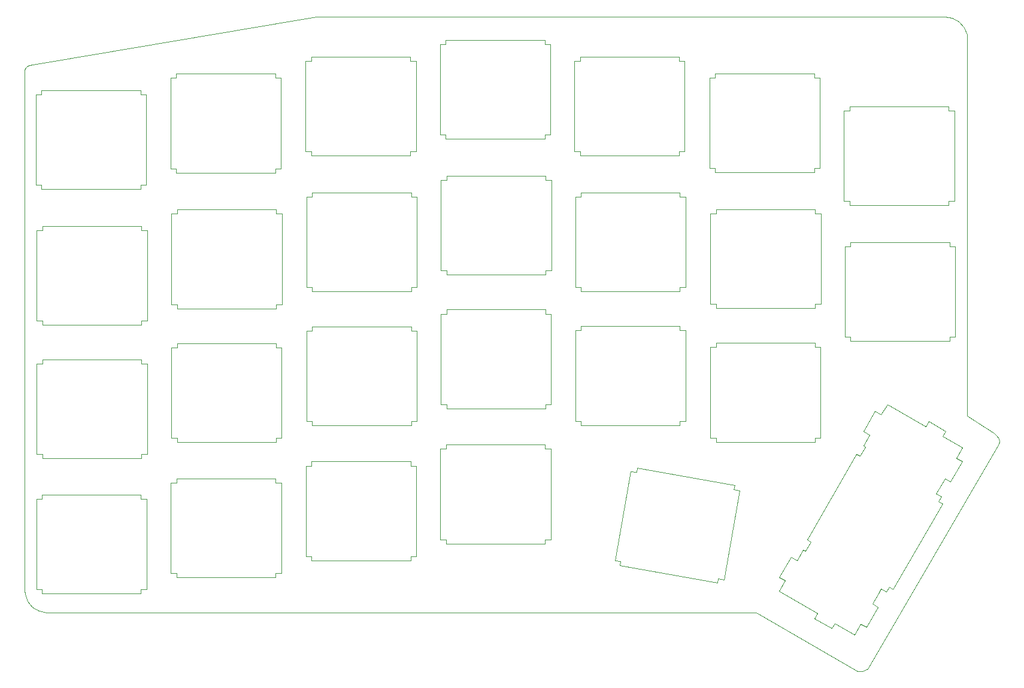
<source format=gbr>
G04 #@! TF.FileFunction,Profile,NP*
%FSLAX46Y46*%
G04 Gerber Fmt 4.6, Leading zero omitted, Abs format (unit mm)*
G04 Created by KiCad (PCBNEW 4.0.7) date 05/28/18 10:59:17*
%MOMM*%
%LPD*%
G01*
G04 APERTURE LIST*
%ADD10C,0.100000*%
G04 APERTURE END LIST*
D10*
X207534339Y-109375738D02*
X206736340Y-108914140D01*
X193573339Y-107118536D02*
X193888360Y-107309920D01*
X192611340Y-108322940D02*
X185611342Y-120448339D01*
X192324338Y-133878542D02*
X193186344Y-132384940D01*
X193587340Y-105134148D02*
X194434339Y-105621968D01*
X204224340Y-113267338D02*
X205086340Y-111773540D01*
X205883339Y-112233838D02*
X207534339Y-109375738D01*
X182535343Y-126234637D02*
X181672339Y-127728443D01*
X202377341Y-104406547D02*
X196948343Y-101270141D01*
X193891686Y-107305225D02*
X193527680Y-107932220D01*
X205215340Y-105091428D02*
X202789338Y-103692743D01*
X207600339Y-107421738D02*
X204802340Y-105806650D01*
X202789338Y-103692743D02*
X202377341Y-104406547D01*
X196084343Y-102766692D02*
X195236341Y-102276122D01*
X181672339Y-127728443D02*
X187103339Y-130862139D01*
X186130343Y-120747342D02*
X185730340Y-121439139D01*
X185047344Y-121881439D02*
X184184340Y-123376640D01*
X189527344Y-132263541D02*
X192324338Y-133878542D01*
X184184340Y-123376640D02*
X183337339Y-122887441D01*
X193530341Y-107930242D02*
X193130341Y-108621939D01*
X205086340Y-111773540D02*
X205883339Y-112233838D01*
X196948343Y-101270141D02*
X196084343Y-102766692D01*
X195236341Y-102276122D02*
X193587340Y-105134148D01*
X189115338Y-132977541D02*
X189527344Y-132263541D01*
X204615340Y-114331136D02*
X203860400Y-113893600D01*
X183337339Y-122887441D02*
X181686341Y-125744142D01*
X185611342Y-120448339D02*
X186130343Y-120747342D01*
X204215339Y-115022936D02*
X204615340Y-114331136D01*
X206736340Y-108914140D02*
X207600339Y-107421738D01*
X203860622Y-113894360D02*
X204223620Y-113268760D01*
X186689342Y-131578735D02*
X189115338Y-132977541D01*
X194434339Y-105621968D02*
X193573339Y-107118536D01*
X187103339Y-130862139D02*
X186689342Y-131578735D01*
X181686341Y-125744142D02*
X182535343Y-126234637D01*
X185730340Y-121439139D02*
X185369344Y-122066146D01*
X193130341Y-108621939D02*
X192611340Y-108322940D01*
X185369200Y-122067320D02*
X185047344Y-121881439D01*
X204802340Y-105806650D02*
X205215340Y-105091428D01*
X193186344Y-132384940D02*
X193983343Y-132843839D01*
X204735341Y-115321939D02*
X204215339Y-115022936D01*
X196060060Y-127403860D02*
X196815341Y-127841439D01*
X195699341Y-128033041D02*
X196061345Y-127404638D01*
X193983343Y-132843839D02*
X195633342Y-129987043D01*
X197735340Y-127448746D02*
X204735341Y-115321939D01*
X197215341Y-127148342D02*
X197735340Y-127448746D01*
X194837342Y-129526840D02*
X195699341Y-128033041D01*
X196815341Y-127841439D02*
X197215341Y-127148342D01*
X195633342Y-129987043D02*
X194837342Y-129526840D01*
X161579380Y-110324780D02*
X161474580Y-110915980D01*
X160686180Y-110776780D02*
X158463680Y-123381740D01*
X173038980Y-125951760D02*
X173827180Y-126090940D01*
X159251780Y-123520910D02*
X159148380Y-124112090D01*
X161474580Y-110915980D02*
X160686180Y-110776780D01*
X175261880Y-113346880D02*
X175366680Y-112755680D01*
X173827180Y-126090940D02*
X176049980Y-113484680D01*
X176049980Y-113484680D02*
X175261880Y-113346880D01*
X158463680Y-123381740D02*
X159251780Y-123520910D01*
X172934280Y-126542940D02*
X173038980Y-125951760D01*
X159148380Y-124112090D02*
X172934280Y-126542940D01*
X175366680Y-112755680D02*
X161579380Y-110324780D01*
X167519440Y-65492730D02*
X168320240Y-65492730D01*
X167519440Y-52692160D02*
X167519440Y-52092660D01*
X168320240Y-65492730D02*
X168320240Y-52692160D01*
X168320240Y-52692160D02*
X167519440Y-52692160D01*
X152720740Y-52692160D02*
X152720740Y-65492730D01*
X153520140Y-52692160D02*
X152720740Y-52692160D01*
X167519440Y-52092660D02*
X153520140Y-52092660D01*
X153520140Y-52092660D02*
X153520140Y-52692160D01*
X167519440Y-66090800D02*
X167519440Y-65492730D01*
X167636280Y-71914880D02*
X167636280Y-71315380D01*
X153636980Y-71315380D02*
X153636980Y-71914880D01*
X153636980Y-71914880D02*
X152837580Y-71914880D01*
X167636280Y-71315380D02*
X153636980Y-71315380D01*
X153520140Y-66090800D02*
X167519440Y-66090800D01*
X152720740Y-65492730D02*
X153520140Y-65492730D01*
X153520140Y-65492730D02*
X153520140Y-66090800D01*
X152837580Y-71914880D02*
X152837580Y-84715450D01*
X168437080Y-84715450D02*
X168437080Y-71914880D01*
X167636280Y-84715450D02*
X168437080Y-84715450D01*
X168437080Y-71914880D02*
X167636280Y-71914880D01*
X153636980Y-85313520D02*
X167636280Y-85313520D01*
X167636280Y-85313520D02*
X167636280Y-84715450D01*
X152837580Y-84715450D02*
X153636980Y-84715450D01*
X153636980Y-84715450D02*
X153636980Y-85313520D01*
X153629360Y-90238380D02*
X153629360Y-90837880D01*
X153629360Y-90837880D02*
X152829960Y-90837880D01*
X153629360Y-104236520D02*
X167628660Y-104236520D01*
X167628660Y-104236520D02*
X167628660Y-103638450D01*
X168429460Y-103638450D02*
X168429460Y-90837880D01*
X167628660Y-103638450D02*
X168429460Y-103638450D01*
X167628660Y-90837880D02*
X167628660Y-90238380D01*
X167628660Y-90238380D02*
X153629360Y-90238380D01*
X168429460Y-90837880D02*
X167628660Y-90837880D01*
X152829960Y-90837880D02*
X152829960Y-103638450D01*
X153629360Y-103638450D02*
X153629360Y-104236520D01*
X152829960Y-103638450D02*
X153629360Y-103638450D01*
X205634680Y-72553930D02*
X206435480Y-72553930D01*
X206435480Y-59753360D02*
X205634680Y-59753360D01*
X205634680Y-59753360D02*
X205634680Y-59153860D01*
X206435480Y-72553930D02*
X206435480Y-59753360D01*
X191752220Y-78376580D02*
X191752220Y-78976080D01*
X205634680Y-73152000D02*
X205634680Y-72553930D01*
X191635380Y-72553930D02*
X191635380Y-73152000D01*
X205751520Y-78976080D02*
X205751520Y-78376580D01*
X191635380Y-73152000D02*
X205634680Y-73152000D01*
X205751520Y-78376580D02*
X191752220Y-78376580D01*
X205634680Y-59153860D02*
X191635380Y-59153860D01*
X191635380Y-59753360D02*
X190835980Y-59753360D01*
X191635380Y-59153860D02*
X191635380Y-59753360D01*
X190835980Y-59753360D02*
X190835980Y-72553930D01*
X190835980Y-72553930D02*
X191635380Y-72553930D01*
X205751520Y-92374720D02*
X205751520Y-91776650D01*
X206552320Y-78976080D02*
X205751520Y-78976080D01*
X191752220Y-78976080D02*
X190952820Y-78976080D01*
X205751520Y-91776650D02*
X206552320Y-91776650D01*
X191752220Y-92374720D02*
X205751520Y-92374720D01*
X190952820Y-78976080D02*
X190952820Y-91776650D01*
X206552320Y-91776650D02*
X206552320Y-78976080D01*
X191752220Y-91776650D02*
X191752220Y-92374720D01*
X190952820Y-91776650D02*
X191752220Y-91776650D01*
X186734540Y-93210240D02*
X186734540Y-92610740D01*
X172735240Y-106608880D02*
X186734540Y-106608880D01*
X172735240Y-106010810D02*
X172735240Y-106608880D01*
X172735240Y-92610740D02*
X172735240Y-93210240D01*
X186734540Y-92610740D02*
X172735240Y-92610740D01*
X187535340Y-106010810D02*
X187535340Y-93210240D01*
X186734540Y-106010810D02*
X187535340Y-106010810D01*
X187535340Y-93210240D02*
X186734540Y-93210240D01*
X186734540Y-106608880D02*
X186734540Y-106010810D01*
X172742860Y-87685880D02*
X186742160Y-87685880D01*
X186742160Y-87685880D02*
X186742160Y-87087810D01*
X171943460Y-87087810D02*
X172742860Y-87087810D01*
X172742860Y-87087810D02*
X172742860Y-87685880D01*
X172735240Y-93210240D02*
X171935840Y-93210240D01*
X186742160Y-87087810D02*
X187542960Y-87087810D01*
X187542960Y-87087810D02*
X187542960Y-74287240D01*
X171943460Y-74287240D02*
X171943460Y-87087810D01*
X187542960Y-74287240D02*
X186742160Y-74287240D01*
X186625320Y-68463160D02*
X186625320Y-67865090D01*
X172742860Y-74287240D02*
X171943460Y-74287240D01*
X172742860Y-73687740D02*
X172742860Y-74287240D01*
X186742160Y-73687740D02*
X172742860Y-73687740D01*
X186742160Y-74287240D02*
X186742160Y-73687740D01*
X171826620Y-67865090D02*
X172626020Y-67865090D01*
X172626020Y-67865090D02*
X172626020Y-68463160D01*
X172626020Y-68463160D02*
X186625320Y-68463160D01*
X171935840Y-106010810D02*
X172735240Y-106010810D01*
X171935840Y-93210240D02*
X171935840Y-106010810D01*
X186625320Y-55064520D02*
X186625320Y-54465020D01*
X186625320Y-54465020D02*
X172626020Y-54465020D01*
X172626020Y-54465020D02*
X172626020Y-55064520D01*
X172626020Y-55064520D02*
X171826620Y-55064520D01*
X186625320Y-67865090D02*
X187426120Y-67865090D01*
X171826620Y-55064520D02*
X171826620Y-67865090D01*
X187426120Y-55064520D02*
X186625320Y-55064520D01*
X187426120Y-67865090D02*
X187426120Y-55064520D01*
X129640420Y-84738310D02*
X130441220Y-84738310D01*
X129640420Y-85336380D02*
X129640420Y-84738310D01*
X130441220Y-84738310D02*
X130441220Y-71937740D01*
X115641120Y-85336380D02*
X129640420Y-85336380D01*
X129640420Y-71338240D02*
X115641120Y-71338240D01*
X115641120Y-84738310D02*
X115641120Y-85336380D01*
X115641120Y-71338240D02*
X115641120Y-71937740D01*
X114841720Y-71937740D02*
X114841720Y-84738310D01*
X114841720Y-84738310D02*
X115641120Y-84738310D01*
X115641120Y-71937740D02*
X114841720Y-71937740D01*
X96542860Y-87729060D02*
X110542160Y-87729060D01*
X110542160Y-73730920D02*
X96542860Y-73730920D01*
X110542160Y-87729060D02*
X110542160Y-87130990D01*
X96542860Y-73730920D02*
X96542860Y-74330420D01*
X95743460Y-74330420D02*
X95743460Y-87130990D01*
X96542860Y-74330420D02*
X95743460Y-74330420D01*
X96542860Y-87130990D02*
X96542860Y-87729060D01*
X95743460Y-87130990D02*
X96542860Y-87130990D01*
X111342960Y-74330420D02*
X110542160Y-74330420D01*
X111342960Y-87130990D02*
X111342960Y-74330420D01*
X110542160Y-74330420D02*
X110542160Y-73730920D01*
X110542160Y-87130990D02*
X111342960Y-87130990D01*
X91502520Y-89439850D02*
X92303120Y-89439850D01*
X91502520Y-90037920D02*
X91502520Y-89439850D01*
X92303120Y-76639280D02*
X91502520Y-76639280D01*
X92303120Y-89439850D02*
X92303120Y-76639280D01*
X91502520Y-76639280D02*
X91502520Y-76039780D01*
X91502520Y-76039780D02*
X77502970Y-76039780D01*
X77502970Y-90037920D02*
X91502520Y-90037920D01*
X77502970Y-76639280D02*
X76703710Y-76639280D01*
X77502970Y-76039780D02*
X77502970Y-76639280D01*
X76703710Y-89439850D02*
X77502970Y-89439850D01*
X77502970Y-89439850D02*
X77502970Y-90037920D01*
X76703710Y-76639280D02*
X76703710Y-89439850D01*
X129640420Y-71937740D02*
X129640420Y-71338240D01*
X134645400Y-69560300D02*
X133846000Y-69560300D01*
X130441220Y-71937740D02*
X129640420Y-71937740D01*
X133846000Y-69560300D02*
X133846000Y-82360870D01*
X134645400Y-82360870D02*
X134645400Y-82958940D01*
X133846000Y-82360870D02*
X134645400Y-82360870D01*
X149445500Y-82360870D02*
X149445500Y-69560300D01*
X149445500Y-69560300D02*
X148644700Y-69560300D01*
X148644700Y-82958940D02*
X148644700Y-82360870D01*
X148644700Y-82360870D02*
X149445500Y-82360870D01*
X134645400Y-68960800D02*
X134645400Y-69560300D01*
X148644700Y-68960800D02*
X134645400Y-68960800D01*
X134645400Y-82958940D02*
X148644700Y-82958940D01*
X148644700Y-69560300D02*
X148644700Y-68960800D01*
X95735840Y-106053990D02*
X96535240Y-106053990D01*
X96535240Y-106652060D02*
X110534540Y-106652060D01*
X96535240Y-106053990D02*
X96535240Y-106652060D01*
X110534540Y-92653920D02*
X96535240Y-92653920D01*
X96535240Y-92653920D02*
X96535240Y-93253420D01*
X96535240Y-93253420D02*
X95735840Y-93253420D01*
X95735840Y-93253420D02*
X95735840Y-106053990D01*
X115633500Y-103661310D02*
X115633500Y-104259380D01*
X114834100Y-90860740D02*
X114834100Y-103661310D01*
X115633500Y-90860740D02*
X114834100Y-90860740D01*
X114834100Y-103661310D02*
X115633500Y-103661310D01*
X130433600Y-103661310D02*
X130433600Y-90860740D01*
X129632800Y-104259380D02*
X129632800Y-103661310D01*
X129632800Y-103661310D02*
X130433600Y-103661310D01*
X130433600Y-90860740D02*
X129632800Y-90860740D01*
X129632800Y-90860740D02*
X129632800Y-90261240D01*
X115633500Y-90261240D02*
X115633500Y-90860740D01*
X129632800Y-90261240D02*
X115633500Y-90261240D01*
X115633500Y-104259380D02*
X129632800Y-104259380D01*
X110534540Y-93253420D02*
X110534540Y-92653920D01*
X110534540Y-106652060D02*
X110534540Y-106053990D01*
X111335340Y-93253420D02*
X110534540Y-93253420D01*
X110534540Y-106053990D02*
X111335340Y-106053990D01*
X111335340Y-106053990D02*
X111335340Y-93253420D01*
X91494900Y-108960920D02*
X91494900Y-108362850D01*
X91494900Y-108362850D02*
X92295500Y-108362850D01*
X77495350Y-108960920D02*
X91494900Y-108960920D01*
X91494900Y-94962780D02*
X77495350Y-94962780D01*
X92295500Y-95562280D02*
X91494900Y-95562280D01*
X91494900Y-95562280D02*
X91494900Y-94962780D01*
X92295500Y-108362850D02*
X92295500Y-95562280D01*
X77495350Y-94962780D02*
X77495350Y-95562280D01*
X77495350Y-95562280D02*
X76696090Y-95562280D01*
X76696090Y-95562280D02*
X76696090Y-108362850D01*
X77495350Y-108362850D02*
X77495350Y-108960920D01*
X76696090Y-108362850D02*
X77495350Y-108362850D01*
X148637080Y-101283870D02*
X149437880Y-101283870D01*
X148637080Y-101881940D02*
X148637080Y-101283870D01*
X149437880Y-101283870D02*
X149437880Y-88483300D01*
X149437880Y-88483300D02*
X148637080Y-88483300D01*
X134637780Y-87883800D02*
X134637780Y-88483300D01*
X148637080Y-88483300D02*
X148637080Y-87883800D01*
X148637080Y-87883800D02*
X134637780Y-87883800D01*
X133838380Y-101283870D02*
X134637780Y-101283870D01*
X133838380Y-88483300D02*
X133838380Y-101283870D01*
X134637780Y-101881940D02*
X148637080Y-101881940D01*
X134637780Y-88483300D02*
X133838380Y-88483300D01*
X134637780Y-101283870D02*
X134637780Y-101881940D01*
X115524280Y-52715020D02*
X114724880Y-52715020D01*
X115524280Y-52115520D02*
X115524280Y-52715020D01*
X114724880Y-65515590D02*
X115524280Y-65515590D01*
X114724880Y-52715020D02*
X114724880Y-65515590D01*
X129523580Y-52115520D02*
X115524280Y-52115520D01*
X115524280Y-65515590D02*
X115524280Y-66113660D01*
X134528560Y-49738080D02*
X134528560Y-50337580D01*
X134528560Y-63736220D02*
X148527860Y-63736220D01*
X134528560Y-63138150D02*
X134528560Y-63736220D01*
X148527860Y-49738080D02*
X134528560Y-49738080D01*
X129523580Y-66113660D02*
X129523580Y-65515590D01*
X115524280Y-66113660D02*
X129523580Y-66113660D01*
X130324380Y-65515590D02*
X130324380Y-52715020D01*
X129523580Y-65515590D02*
X130324380Y-65515590D01*
X130324380Y-52715020D02*
X129523580Y-52715020D01*
X133729160Y-63138150D02*
X134528560Y-63138150D01*
X133729160Y-50337580D02*
X133729160Y-63138150D01*
X134528560Y-50337580D02*
X133729160Y-50337580D01*
X129523580Y-52715020D02*
X129523580Y-52115520D01*
X149328660Y-50337580D02*
X148527860Y-50337580D01*
X149328660Y-63138150D02*
X149328660Y-50337580D01*
X148527860Y-63736220D02*
X148527860Y-63138150D01*
X148527860Y-50337580D02*
X148527860Y-49738080D01*
X148527860Y-63138150D02*
X149328660Y-63138150D01*
X95626620Y-55107700D02*
X95626620Y-67908270D01*
X95626620Y-67908270D02*
X96426020Y-67908270D01*
X96426020Y-54508200D02*
X96426020Y-55107700D01*
X96426020Y-67908270D02*
X96426020Y-68506340D01*
X96426020Y-55107700D02*
X95626620Y-55107700D01*
X77386130Y-57416560D02*
X76586870Y-57416560D01*
X77386130Y-70217130D02*
X77386130Y-70815200D01*
X76586870Y-57416560D02*
X76586870Y-70217130D01*
X76586870Y-70217130D02*
X77386130Y-70217130D01*
X77386130Y-56817060D02*
X77386130Y-57416560D01*
X91385680Y-70217130D02*
X92186280Y-70217130D01*
X91385680Y-56817060D02*
X77386130Y-56817060D01*
X91385680Y-57416560D02*
X91385680Y-56817060D01*
X77386130Y-70815200D02*
X91385680Y-70815200D01*
X92186280Y-70217130D02*
X92186280Y-57416560D01*
X92186280Y-57416560D02*
X91385680Y-57416560D01*
X91385680Y-70815200D02*
X91385680Y-70217130D01*
X111226120Y-55107700D02*
X110425320Y-55107700D01*
X110425320Y-55107700D02*
X110425320Y-54508200D01*
X110425320Y-67908270D02*
X111226120Y-67908270D01*
X110425320Y-54508200D02*
X96426020Y-54508200D01*
X110425320Y-68506340D02*
X110425320Y-67908270D01*
X111226120Y-67908270D02*
X111226120Y-55107700D01*
X96426020Y-68506340D02*
X110425320Y-68506340D01*
X149371840Y-107609500D02*
X148571040Y-107609500D01*
X149371840Y-120410070D02*
X149371840Y-107609500D01*
X148571040Y-107609500D02*
X148571040Y-107010000D01*
X148571040Y-120410070D02*
X149371840Y-120410070D01*
X148571040Y-107010000D02*
X134571740Y-107010000D01*
X134571740Y-121008140D02*
X148571040Y-121008140D01*
X148571040Y-121008140D02*
X148571040Y-120410070D01*
X134571740Y-120410070D02*
X134571740Y-121008140D01*
X133772340Y-120410070D02*
X134571740Y-120410070D01*
X134571740Y-107609500D02*
X133772340Y-107609500D01*
X133772340Y-107609500D02*
X133772340Y-120410070D01*
X134571740Y-107010000D02*
X134571740Y-107609500D01*
X96469200Y-125778260D02*
X110468500Y-125778260D01*
X110468500Y-112379620D02*
X110468500Y-111780120D01*
X110468500Y-125778260D02*
X110468500Y-125180190D01*
X110468500Y-111780120D02*
X96469200Y-111780120D01*
X96469200Y-125180190D02*
X96469200Y-125778260D01*
X111269300Y-112379620D02*
X110468500Y-112379620D01*
X110468500Y-125180190D02*
X111269300Y-125180190D01*
X111269300Y-125180190D02*
X111269300Y-112379620D01*
X96469200Y-111780120D02*
X96469200Y-112379620D01*
X96469200Y-112379620D02*
X95669800Y-112379620D01*
X95669800Y-125180190D02*
X96469200Y-125180190D01*
X95669800Y-112379620D02*
X95669800Y-125180190D01*
X130367560Y-109986940D02*
X129566760Y-109986940D01*
X114768060Y-122787510D02*
X115567460Y-122787510D01*
X114768060Y-109986940D02*
X114768060Y-122787510D01*
X77429310Y-114688480D02*
X76630050Y-114688480D01*
X115567460Y-122787510D02*
X115567460Y-123385580D01*
X77429310Y-114088980D02*
X77429310Y-114688480D01*
X130367560Y-122787510D02*
X130367560Y-109986940D01*
X91428860Y-114688480D02*
X91428860Y-114088980D01*
X76630050Y-127489050D02*
X77429310Y-127489050D01*
X77429310Y-128087120D02*
X91428860Y-128087120D01*
X91428860Y-127489050D02*
X92229460Y-127489050D01*
X76630050Y-114688480D02*
X76630050Y-127489050D01*
X129566760Y-122787510D02*
X130367560Y-122787510D01*
X92229460Y-114688480D02*
X91428860Y-114688480D01*
X77429310Y-127489050D02*
X77429310Y-128087120D01*
X92229460Y-127489050D02*
X92229460Y-114688480D01*
X91428860Y-114088980D02*
X77429310Y-114088980D01*
X129566760Y-123385580D02*
X129566760Y-122787510D01*
X129566760Y-109986940D02*
X129566760Y-109387440D01*
X129566760Y-109387440D02*
X115567460Y-109387440D01*
X91428860Y-128087120D02*
X91428860Y-127489050D01*
X115567460Y-109986940D02*
X114768060Y-109986940D01*
X115567460Y-109387440D02*
X115567460Y-109986940D01*
X115567460Y-123385580D02*
X129566760Y-123385580D01*
X212800000Y-106590000D02*
X212760000Y-106920000D01*
X212690000Y-106150000D02*
X212800000Y-106590000D01*
X212430000Y-105750000D02*
X212690000Y-106150000D01*
X212090000Y-105359200D02*
X212430000Y-105750000D01*
X208210000Y-48980000D02*
X207790000Y-47980000D01*
X75290000Y-53490000D02*
X75630000Y-53300000D01*
X208221000Y-102916000D02*
X208215000Y-102906000D01*
X205098000Y-46430000D02*
X132080000Y-46430000D01*
X208222000Y-102917000D02*
X208221000Y-102916000D01*
X208205000Y-102870000D02*
X208205000Y-95250000D01*
X193427000Y-139053000D02*
X194051000Y-138806000D01*
X178448000Y-130736000D02*
X178454000Y-130738000D01*
X132080000Y-46430000D02*
X116211000Y-46430000D01*
X134620000Y-130735000D02*
X156210000Y-130735000D01*
X208210000Y-102896000D02*
X208209000Y-102894000D01*
X178461000Y-130740000D02*
X178466000Y-130743000D01*
X194051000Y-138806000D02*
X194175000Y-138696000D01*
X178435000Y-130735000D02*
X178442000Y-130736000D01*
X76113100Y-130009000D02*
X77045100Y-130547000D01*
X194175000Y-138696000D02*
X212759000Y-106924000D01*
X208205000Y-95250000D02*
X208205000Y-48980900D01*
X208209000Y-102893000D02*
X208207000Y-102882000D01*
X192757000Y-139071000D02*
X193427000Y-139053000D01*
X178442000Y-130736000D02*
X178448000Y-130736000D01*
X178454000Y-130738000D02*
X178461000Y-130740000D01*
X208215000Y-102906000D02*
X208210000Y-102896000D01*
X99060000Y-130735000D02*
X134620000Y-130735000D01*
X178466000Y-130743000D02*
X178473000Y-130745000D01*
X116211000Y-46430000D02*
X75627000Y-53298100D01*
X208240000Y-102934000D02*
X208232000Y-102926000D01*
X212090000Y-105359200D02*
X208240000Y-102934000D01*
X206165000Y-46618000D02*
X205098000Y-46430000D01*
X208207000Y-102882000D02*
X208205000Y-102870000D01*
X78111600Y-130735000D02*
X99060000Y-130735000D01*
X207097000Y-47156100D02*
X206165000Y-46618000D01*
X192731000Y-139062000D02*
X192757000Y-139071000D01*
X156210000Y-130735000D02*
X178435000Y-130735000D01*
X207789000Y-47980900D02*
X207097000Y-47156100D01*
X208223000Y-102918000D02*
X208222000Y-102917000D01*
X77045100Y-130547000D02*
X78111600Y-130735000D01*
X208209000Y-102894000D02*
X208209000Y-102893000D01*
X208232000Y-102926000D02*
X208223000Y-102918000D01*
X178473000Y-130745000D02*
X192731000Y-139062000D01*
X75421300Y-129184000D02*
X76113100Y-130009000D01*
X75005000Y-127632000D02*
X75052100Y-128170000D01*
X75285600Y-53491000D02*
X75136900Y-53615800D01*
X75039900Y-53783900D02*
X75005000Y-53981600D01*
X75052100Y-128170000D02*
X75421300Y-129184000D01*
X75005000Y-53981600D02*
X75005000Y-127632000D01*
X75136900Y-53615800D02*
X75039900Y-53783900D01*
M02*

</source>
